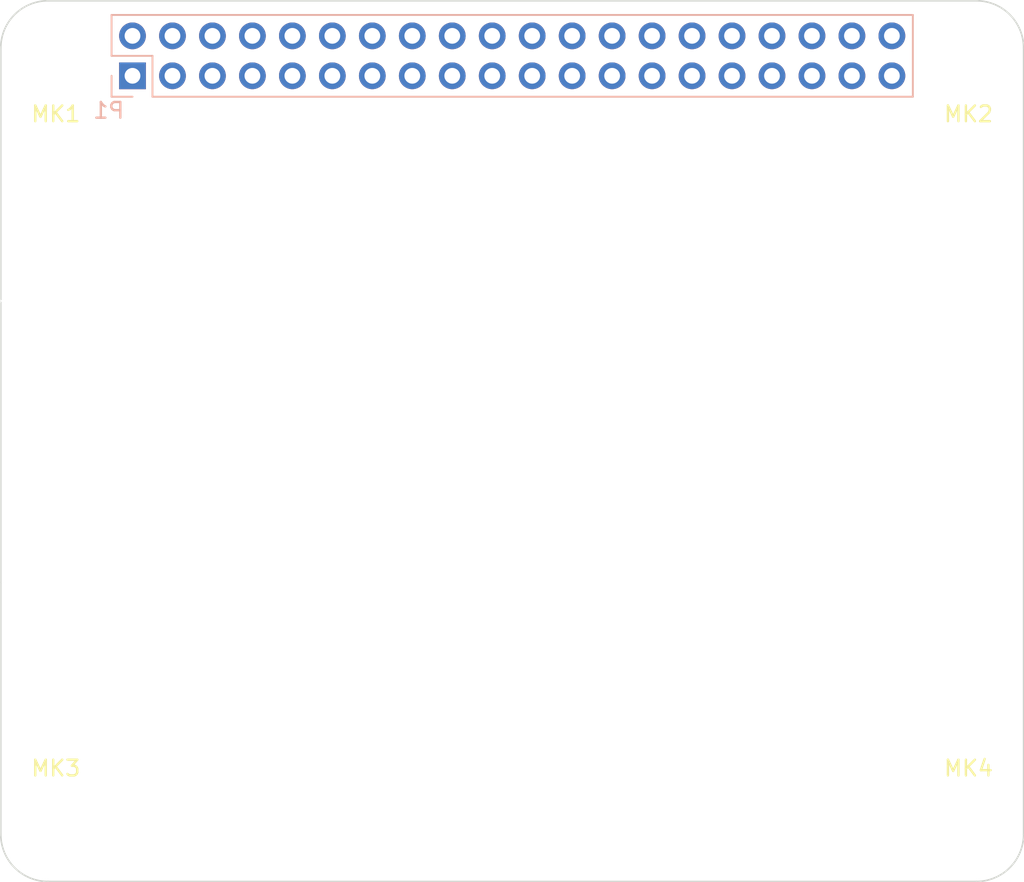
<source format=kicad_pcb>
(kicad_pcb (version 20171130) (host pcbnew "(5.0.0)")

  (general
    (thickness 1.6)
    (drawings 10)
    (tracks 0)
    (zones 0)
    (modules 5)
    (nets 32)
  )

  (page A3)
  (title_block
    (date "15 nov 2012")
  )

  (layers
    (0 F.Cu signal)
    (31 B.Cu signal)
    (32 B.Adhes user)
    (33 F.Adhes user)
    (34 B.Paste user)
    (35 F.Paste user)
    (36 B.SilkS user)
    (37 F.SilkS user)
    (38 B.Mask user)
    (39 F.Mask user)
    (40 Dwgs.User user)
    (41 Cmts.User user)
    (42 Eco1.User user)
    (43 Eco2.User user)
    (44 Edge.Cuts user)
  )

  (setup
    (last_trace_width 0.2)
    (trace_clearance 0.2)
    (zone_clearance 0.508)
    (zone_45_only no)
    (trace_min 0.1524)
    (segment_width 0.1)
    (edge_width 0.1)
    (via_size 0.9)
    (via_drill 0.6)
    (via_min_size 0.8)
    (via_min_drill 0.5)
    (uvia_size 0.5)
    (uvia_drill 0.1)
    (uvias_allowed no)
    (uvia_min_size 0.5)
    (uvia_min_drill 0.1)
    (pcb_text_width 0.3)
    (pcb_text_size 1 1)
    (mod_edge_width 0.15)
    (mod_text_size 1 1)
    (mod_text_width 0.15)
    (pad_size 2.5 2.5)
    (pad_drill 2.5)
    (pad_to_mask_clearance 0)
    (aux_axis_origin 200 150)
    (grid_origin 200 150)
    (visible_elements 7FFFFFFF)
    (pcbplotparams
      (layerselection 0x00030_80000001)
      (usegerberextensions true)
      (usegerberattributes false)
      (usegerberadvancedattributes false)
      (creategerberjobfile false)
      (excludeedgelayer true)
      (linewidth 0.150000)
      (plotframeref false)
      (viasonmask false)
      (mode 1)
      (useauxorigin false)
      (hpglpennumber 1)
      (hpglpenspeed 20)
      (hpglpendiameter 15.000000)
      (psnegative false)
      (psa4output false)
      (plotreference true)
      (plotvalue true)
      (plotinvisibletext false)
      (padsonsilk false)
      (subtractmaskfromsilk false)
      (outputformat 1)
      (mirror false)
      (drillshape 1)
      (scaleselection 1)
      (outputdirectory ""))
  )

  (net 0 "")
  (net 1 +3V3)
  (net 2 +5V)
  (net 3 GND)
  (net 4 /ID_SD)
  (net 5 /ID_SC)
  (net 6 /GPIO5)
  (net 7 /GPIO6)
  (net 8 /GPIO26)
  (net 9 "/GPIO2(SDA1)")
  (net 10 "/GPIO3(SCL1)")
  (net 11 "/GPIO4(GCLK)")
  (net 12 "/GPIO14(TXD0)")
  (net 13 "/GPIO15(RXD0)")
  (net 14 "/GPIO17(GEN0)")
  (net 15 "/GPIO27(GEN2)")
  (net 16 "/GPIO22(GEN3)")
  (net 17 "/GPIO23(GEN4)")
  (net 18 "/GPIO24(GEN5)")
  (net 19 "/GPIO25(GEN6)")
  (net 20 "/GPIO18(GEN1)(PWM0)")
  (net 21 "/GPIO10(SPI0_MOSI)")
  (net 22 "/GPIO9(SPI0_MISO)")
  (net 23 "/GPIO11(SPI0_SCK)")
  (net 24 "/GPIO8(SPI0_CE_N)")
  (net 25 "/GPIO7(SPI1_CE_N)")
  (net 26 "/GPIO12(PWM0)")
  (net 27 "/GPIO13(PWM1)")
  (net 28 "/GPIO19(SPI1_MISO)")
  (net 29 /GPIO16)
  (net 30 "/GPIO20(SPI1_MOSI)")
  (net 31 "/GPIO21(SPI1_SCK)")

  (net_class Default "This is the default net class."
    (clearance 0.2)
    (trace_width 0.2)
    (via_dia 0.9)
    (via_drill 0.6)
    (uvia_dia 0.5)
    (uvia_drill 0.1)
    (add_net +3V3)
    (add_net +5V)
    (add_net "/GPIO10(SPI0_MOSI)")
    (add_net "/GPIO11(SPI0_SCK)")
    (add_net "/GPIO12(PWM0)")
    (add_net "/GPIO13(PWM1)")
    (add_net "/GPIO14(TXD0)")
    (add_net "/GPIO15(RXD0)")
    (add_net /GPIO16)
    (add_net "/GPIO17(GEN0)")
    (add_net "/GPIO18(GEN1)(PWM0)")
    (add_net "/GPIO19(SPI1_MISO)")
    (add_net "/GPIO2(SDA1)")
    (add_net "/GPIO20(SPI1_MOSI)")
    (add_net "/GPIO21(SPI1_SCK)")
    (add_net "/GPIO22(GEN3)")
    (add_net "/GPIO23(GEN4)")
    (add_net "/GPIO24(GEN5)")
    (add_net "/GPIO25(GEN6)")
    (add_net /GPIO26)
    (add_net "/GPIO27(GEN2)")
    (add_net "/GPIO3(SCL1)")
    (add_net "/GPIO4(GCLK)")
    (add_net /GPIO5)
    (add_net /GPIO6)
    (add_net "/GPIO7(SPI1_CE_N)")
    (add_net "/GPIO8(SPI0_CE_N)")
    (add_net "/GPIO9(SPI0_MISO)")
    (add_net /ID_SC)
    (add_net /ID_SD)
    (add_net GND)
  )

  (net_class Power ""
    (clearance 0.2)
    (trace_width 0.5)
    (via_dia 1)
    (via_drill 0.7)
    (uvia_dia 0.5)
    (uvia_drill 0.1)
  )

  (module Connector_PinSocket_2.54mm:PinSocket_2x20_P2.54mm_Vertical (layer B.Cu) (tedit 5A19A433) (tstamp 5A793E9F)
    (at 208.37 98.77 270)
    (descr "Through hole straight socket strip, 2x20, 2.54mm pitch, double cols (from Kicad 4.0.7), script generated")
    (tags "Through hole socket strip THT 2x20 2.54mm double row")
    (path /59AD464A)
    (fp_text reference P1 (at 2.208 1.512) (layer B.SilkS)
      (effects (font (size 1 1) (thickness 0.15)) (justify mirror))
    )
    (fp_text value Conn_02x20_Odd_Even (at -1.27 -51.03 270) (layer B.Fab)
      (effects (font (size 1 1) (thickness 0.15)) (justify mirror))
    )
    (fp_line (start -3.81 1.27) (end 0.27 1.27) (layer B.Fab) (width 0.1))
    (fp_line (start 0.27 1.27) (end 1.27 0.27) (layer B.Fab) (width 0.1))
    (fp_line (start 1.27 0.27) (end 1.27 -49.53) (layer B.Fab) (width 0.1))
    (fp_line (start 1.27 -49.53) (end -3.81 -49.53) (layer B.Fab) (width 0.1))
    (fp_line (start -3.81 -49.53) (end -3.81 1.27) (layer B.Fab) (width 0.1))
    (fp_line (start -3.87 1.33) (end -1.27 1.33) (layer B.SilkS) (width 0.12))
    (fp_line (start -3.87 1.33) (end -3.87 -49.59) (layer B.SilkS) (width 0.12))
    (fp_line (start -3.87 -49.59) (end 1.33 -49.59) (layer B.SilkS) (width 0.12))
    (fp_line (start 1.33 -1.27) (end 1.33 -49.59) (layer B.SilkS) (width 0.12))
    (fp_line (start -1.27 -1.27) (end 1.33 -1.27) (layer B.SilkS) (width 0.12))
    (fp_line (start -1.27 1.33) (end -1.27 -1.27) (layer B.SilkS) (width 0.12))
    (fp_line (start 1.33 1.33) (end 1.33 0) (layer B.SilkS) (width 0.12))
    (fp_line (start 0 1.33) (end 1.33 1.33) (layer B.SilkS) (width 0.12))
    (fp_line (start -4.34 1.8) (end 1.76 1.8) (layer B.CrtYd) (width 0.05))
    (fp_line (start 1.76 1.8) (end 1.76 -50) (layer B.CrtYd) (width 0.05))
    (fp_line (start 1.76 -50) (end -4.34 -50) (layer B.CrtYd) (width 0.05))
    (fp_line (start -4.34 -50) (end -4.34 1.8) (layer B.CrtYd) (width 0.05))
    (fp_text user %R (at -1.27 -24.13 180) (layer B.Fab)
      (effects (font (size 1 1) (thickness 0.15)) (justify mirror))
    )
    (pad 1 thru_hole rect (at 0 0 270) (size 1.7 1.7) (drill 1) (layers *.Cu *.Mask)
      (net 1 +3V3))
    (pad 2 thru_hole oval (at -2.54 0 270) (size 1.7 1.7) (drill 1) (layers *.Cu *.Mask)
      (net 2 +5V))
    (pad 3 thru_hole oval (at 0 -2.54 270) (size 1.7 1.7) (drill 1) (layers *.Cu *.Mask)
      (net 9 "/GPIO2(SDA1)"))
    (pad 4 thru_hole oval (at -2.54 -2.54 270) (size 1.7 1.7) (drill 1) (layers *.Cu *.Mask)
      (net 2 +5V))
    (pad 5 thru_hole oval (at 0 -5.08 270) (size 1.7 1.7) (drill 1) (layers *.Cu *.Mask)
      (net 10 "/GPIO3(SCL1)"))
    (pad 6 thru_hole oval (at -2.54 -5.08 270) (size 1.7 1.7) (drill 1) (layers *.Cu *.Mask)
      (net 3 GND))
    (pad 7 thru_hole oval (at 0 -7.62 270) (size 1.7 1.7) (drill 1) (layers *.Cu *.Mask)
      (net 11 "/GPIO4(GCLK)"))
    (pad 8 thru_hole oval (at -2.54 -7.62 270) (size 1.7 1.7) (drill 1) (layers *.Cu *.Mask)
      (net 12 "/GPIO14(TXD0)"))
    (pad 9 thru_hole oval (at 0 -10.16 270) (size 1.7 1.7) (drill 1) (layers *.Cu *.Mask)
      (net 3 GND))
    (pad 10 thru_hole oval (at -2.54 -10.16 270) (size 1.7 1.7) (drill 1) (layers *.Cu *.Mask)
      (net 13 "/GPIO15(RXD0)"))
    (pad 11 thru_hole oval (at 0 -12.7 270) (size 1.7 1.7) (drill 1) (layers *.Cu *.Mask)
      (net 14 "/GPIO17(GEN0)"))
    (pad 12 thru_hole oval (at -2.54 -12.7 270) (size 1.7 1.7) (drill 1) (layers *.Cu *.Mask)
      (net 20 "/GPIO18(GEN1)(PWM0)"))
    (pad 13 thru_hole oval (at 0 -15.24 270) (size 1.7 1.7) (drill 1) (layers *.Cu *.Mask)
      (net 15 "/GPIO27(GEN2)"))
    (pad 14 thru_hole oval (at -2.54 -15.24 270) (size 1.7 1.7) (drill 1) (layers *.Cu *.Mask)
      (net 3 GND))
    (pad 15 thru_hole oval (at 0 -17.78 270) (size 1.7 1.7) (drill 1) (layers *.Cu *.Mask)
      (net 16 "/GPIO22(GEN3)"))
    (pad 16 thru_hole oval (at -2.54 -17.78 270) (size 1.7 1.7) (drill 1) (layers *.Cu *.Mask)
      (net 17 "/GPIO23(GEN4)"))
    (pad 17 thru_hole oval (at 0 -20.32 270) (size 1.7 1.7) (drill 1) (layers *.Cu *.Mask)
      (net 1 +3V3))
    (pad 18 thru_hole oval (at -2.54 -20.32 270) (size 1.7 1.7) (drill 1) (layers *.Cu *.Mask)
      (net 18 "/GPIO24(GEN5)"))
    (pad 19 thru_hole oval (at 0 -22.86 270) (size 1.7 1.7) (drill 1) (layers *.Cu *.Mask)
      (net 21 "/GPIO10(SPI0_MOSI)"))
    (pad 20 thru_hole oval (at -2.54 -22.86 270) (size 1.7 1.7) (drill 1) (layers *.Cu *.Mask)
      (net 3 GND))
    (pad 21 thru_hole oval (at 0 -25.4 270) (size 1.7 1.7) (drill 1) (layers *.Cu *.Mask)
      (net 22 "/GPIO9(SPI0_MISO)"))
    (pad 22 thru_hole oval (at -2.54 -25.4 270) (size 1.7 1.7) (drill 1) (layers *.Cu *.Mask)
      (net 19 "/GPIO25(GEN6)"))
    (pad 23 thru_hole oval (at 0 -27.94 270) (size 1.7 1.7) (drill 1) (layers *.Cu *.Mask)
      (net 23 "/GPIO11(SPI0_SCK)"))
    (pad 24 thru_hole oval (at -2.54 -27.94 270) (size 1.7 1.7) (drill 1) (layers *.Cu *.Mask)
      (net 24 "/GPIO8(SPI0_CE_N)"))
    (pad 25 thru_hole oval (at 0 -30.48 270) (size 1.7 1.7) (drill 1) (layers *.Cu *.Mask)
      (net 3 GND))
    (pad 26 thru_hole oval (at -2.54 -30.48 270) (size 1.7 1.7) (drill 1) (layers *.Cu *.Mask)
      (net 25 "/GPIO7(SPI1_CE_N)"))
    (pad 27 thru_hole oval (at 0 -33.02 270) (size 1.7 1.7) (drill 1) (layers *.Cu *.Mask)
      (net 4 /ID_SD))
    (pad 28 thru_hole oval (at -2.54 -33.02 270) (size 1.7 1.7) (drill 1) (layers *.Cu *.Mask)
      (net 5 /ID_SC))
    (pad 29 thru_hole oval (at 0 -35.56 270) (size 1.7 1.7) (drill 1) (layers *.Cu *.Mask)
      (net 6 /GPIO5))
    (pad 30 thru_hole oval (at -2.54 -35.56 270) (size 1.7 1.7) (drill 1) (layers *.Cu *.Mask)
      (net 3 GND))
    (pad 31 thru_hole oval (at 0 -38.1 270) (size 1.7 1.7) (drill 1) (layers *.Cu *.Mask)
      (net 7 /GPIO6))
    (pad 32 thru_hole oval (at -2.54 -38.1 270) (size 1.7 1.7) (drill 1) (layers *.Cu *.Mask)
      (net 26 "/GPIO12(PWM0)"))
    (pad 33 thru_hole oval (at 0 -40.64 270) (size 1.7 1.7) (drill 1) (layers *.Cu *.Mask)
      (net 27 "/GPIO13(PWM1)"))
    (pad 34 thru_hole oval (at -2.54 -40.64 270) (size 1.7 1.7) (drill 1) (layers *.Cu *.Mask)
      (net 3 GND))
    (pad 35 thru_hole oval (at 0 -43.18 270) (size 1.7 1.7) (drill 1) (layers *.Cu *.Mask)
      (net 28 "/GPIO19(SPI1_MISO)"))
    (pad 36 thru_hole oval (at -2.54 -43.18 270) (size 1.7 1.7) (drill 1) (layers *.Cu *.Mask)
      (net 29 /GPIO16))
    (pad 37 thru_hole oval (at 0 -45.72 270) (size 1.7 1.7) (drill 1) (layers *.Cu *.Mask)
      (net 8 /GPIO26))
    (pad 38 thru_hole oval (at -2.54 -45.72 270) (size 1.7 1.7) (drill 1) (layers *.Cu *.Mask)
      (net 30 "/GPIO20(SPI1_MOSI)"))
    (pad 39 thru_hole oval (at 0 -48.26 270) (size 1.7 1.7) (drill 1) (layers *.Cu *.Mask)
      (net 3 GND))
    (pad 40 thru_hole oval (at -2.54 -48.26 270) (size 1.7 1.7) (drill 1) (layers *.Cu *.Mask)
      (net 31 "/GPIO21(SPI1_SCK)"))
    (model ${KISYS3DMOD}/Connector_PinSocket_2.54mm.3dshapes/PinSocket_2x20_P2.54mm_Vertical.wrl
      (at (xyz 0 0 0))
      (scale (xyz 1 1 1))
      (rotate (xyz 0 0 0))
    )
  )

  (module MountingHole:MountingHole_2.7mm_M2.5 (layer F.Cu) (tedit 56D1B4CB) (tstamp 5A793E98)
    (at 261.5 146.5)
    (descr "Mounting Hole 2.7mm, no annular, M2.5")
    (tags "mounting hole 2.7mm no annular m2.5")
    (path /5834FC4F)
    (attr virtual)
    (fp_text reference MK4 (at 0 -3.7) (layer F.SilkS)
      (effects (font (size 1 1) (thickness 0.15)))
    )
    (fp_text value M2.5 (at 0 3.7) (layer F.Fab)
      (effects (font (size 1 1) (thickness 0.15)))
    )
    (fp_circle (center 0 0) (end 2.95 0) (layer F.CrtYd) (width 0.05))
    (fp_circle (center 0 0) (end 2.7 0) (layer Cmts.User) (width 0.15))
    (fp_text user %R (at 0.3 0) (layer F.Fab)
      (effects (font (size 1 1) (thickness 0.15)))
    )
    (pad 1 np_thru_hole circle (at 0 0) (size 2.7 2.7) (drill 2.7) (layers *.Cu *.Mask))
  )

  (module MountingHole:MountingHole_2.7mm_M2.5 (layer F.Cu) (tedit 56D1B4CB) (tstamp 5A793E91)
    (at 203.5 146.5)
    (descr "Mounting Hole 2.7mm, no annular, M2.5")
    (tags "mounting hole 2.7mm no annular m2.5")
    (path /5834FBEF)
    (attr virtual)
    (fp_text reference MK3 (at 0 -3.7) (layer F.SilkS)
      (effects (font (size 1 1) (thickness 0.15)))
    )
    (fp_text value M2.5 (at 0 3.7) (layer F.Fab)
      (effects (font (size 1 1) (thickness 0.15)))
    )
    (fp_text user %R (at 0.3 0) (layer F.Fab)
      (effects (font (size 1 1) (thickness 0.15)))
    )
    (fp_circle (center 0 0) (end 2.7 0) (layer Cmts.User) (width 0.15))
    (fp_circle (center 0 0) (end 2.95 0) (layer F.CrtYd) (width 0.05))
    (pad 1 np_thru_hole circle (at 0 0) (size 2.7 2.7) (drill 2.7) (layers *.Cu *.Mask))
  )

  (module MountingHole:MountingHole_2.7mm_M2.5 (layer F.Cu) (tedit 56D1B4CB) (tstamp 5A793E8A)
    (at 261.5 97.5 180)
    (descr "Mounting Hole 2.7mm, no annular, M2.5")
    (tags "mounting hole 2.7mm no annular m2.5")
    (path /5834FC19)
    (attr virtual)
    (fp_text reference MK2 (at 0 -3.7 180) (layer F.SilkS)
      (effects (font (size 1 1) (thickness 0.15)))
    )
    (fp_text value M2.5 (at 0 3.7 180) (layer F.Fab)
      (effects (font (size 1 1) (thickness 0.15)))
    )
    (fp_circle (center 0 0) (end 2.95 0) (layer F.CrtYd) (width 0.05))
    (fp_circle (center 0 0) (end 2.7 0) (layer Cmts.User) (width 0.15))
    (fp_text user %R (at 0.3 0 180) (layer F.Fab)
      (effects (font (size 1 1) (thickness 0.15)))
    )
    (pad 1 np_thru_hole circle (at 0 0 180) (size 2.7 2.7) (drill 2.7) (layers *.Cu *.Mask))
  )

  (module MountingHole:MountingHole_2.7mm_M2.5 (layer F.Cu) (tedit 56D1B4CB) (tstamp 5A793E83)
    (at 203.5 97.5 180)
    (descr "Mounting Hole 2.7mm, no annular, M2.5")
    (tags "mounting hole 2.7mm no annular m2.5")
    (path /5834FB2E)
    (attr virtual)
    (fp_text reference MK1 (at 0 -3.7 180) (layer F.SilkS)
      (effects (font (size 1 1) (thickness 0.15)))
    )
    (fp_text value M2.5 (at 0 3.7 180) (layer F.Fab)
      (effects (font (size 1 1) (thickness 0.15)))
    )
    (fp_text user %R (at 0.3 0 180) (layer F.Fab)
      (effects (font (size 1 1) (thickness 0.15)))
    )
    (fp_circle (center 0 0) (end 2.7 0) (layer Cmts.User) (width 0.15))
    (fp_circle (center 0 0) (end 2.95 0) (layer F.CrtYd) (width 0.05))
    (pad 1 np_thru_hole circle (at 0 0 180) (size 2.7 2.7) (drill 2.7) (layers *.Cu *.Mask))
  )

  (gr_line (start 200 113.17) (end 200 130.95) (layer Edge.Cuts) (width 0.1))
  (gr_line (start 200 97) (end 200 113) (layer Edge.Cuts) (width 0.1))
  (gr_arc (start 262 97) (end 262 94) (angle 90) (layer Edge.Cuts) (width 0.1))
  (gr_arc (start 262 147) (end 265 147) (angle 90) (layer Edge.Cuts) (width 0.1))
  (gr_arc (start 203 147) (end 203 150) (angle 90) (layer Edge.Cuts) (width 0.1))
  (gr_arc (start 203 97) (end 200 97) (angle 90) (layer Edge.Cuts) (width 0.1))
  (gr_line (start 262 94) (end 203 94) (layer Edge.Cuts) (width 0.1))
  (gr_line (start 265 147) (end 265 97) (layer Edge.Cuts) (width 0.1))
  (gr_line (start 203 150) (end 262 150) (layer Edge.Cuts) (width 0.1))
  (gr_line (start 200 131) (end 200 147) (layer Edge.Cuts) (width 0.1))

)

</source>
